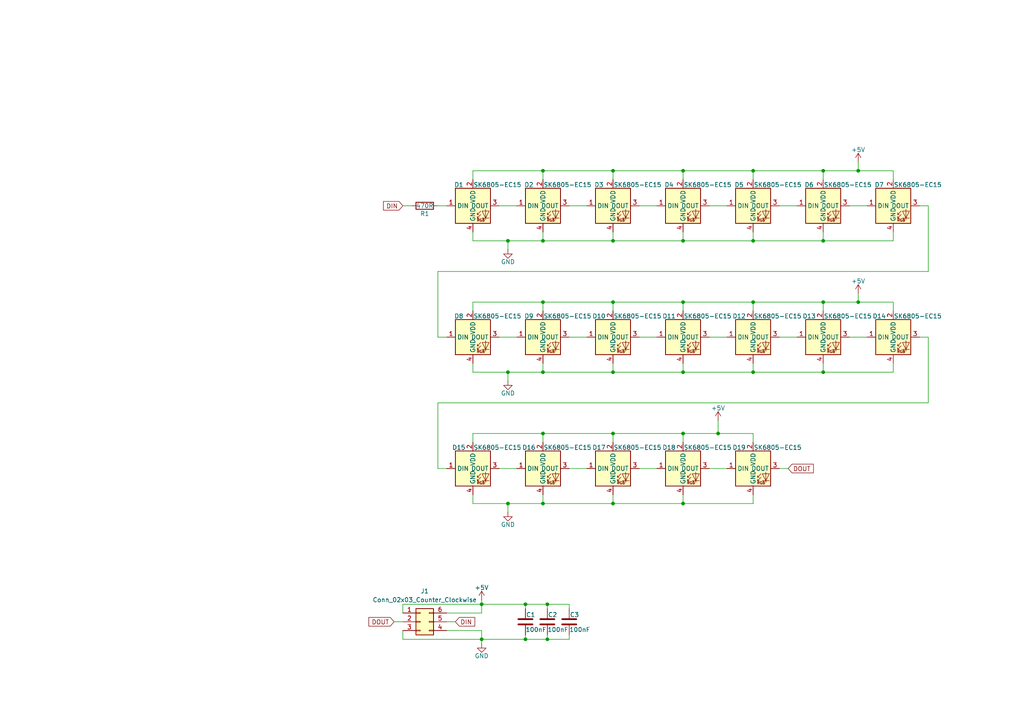
<source format=kicad_sch>
(kicad_sch (version 20231120) (generator "eeschema") (generator_version "8.0")
  (paper "A4")
  (lib_symbols
    (symbol "Connector_Generic:Conn_02x03_Counter_Clockwise" (pin_names (offset 1.016) hide)
      (property "Reference" "J" (at 1.27 5.08 0))
      (property "Value" "Conn_02x03_Counter_Clockwise" (at 1.27 -5.08 0))
      (symbol "Conn_02x03_Counter_Clockwise_1_1"
        (rectangle (start -1.27 -2.413) (end 0 -2.667) (stroke (width 0.1524)))
        (rectangle (start -1.27 0.127) (end 0 -0.127) (stroke (width 0.1524)))
        (rectangle (start -1.27 2.667) (end 0 2.413) (stroke (width 0.1524)))
        (rectangle (start -1.27 3.81) (end 3.81 -3.81) (stroke (width 0.254)) (fill (type background)))
        (rectangle (start 3.81 -2.413) (end 2.54 -2.667) (stroke (width 0.1524)))
        (rectangle (start 3.81 0.127) (end 2.54 -0.127) (stroke (width 0.1524)))
        (rectangle (start 3.81 2.667) (end 2.54 2.413) (stroke (width 0.1524)))
        (pin passive line (at -5.08 2.54 0) (length 3.81) (name "Pin_1") (number "1"))
        (pin passive line (at -5.08 0 0) (length 3.81) (name "Pin_2") (number "2"))
        (pin passive line (at -5.08 -2.54 0) (length 3.81) (name "Pin_3") (number "3"))
        (pin passive line (at 7.62 -2.54 180) (length 3.81) (name "Pin_4") (number "4"))
        (pin passive line (at 7.62 0 180) (length 3.81) (name "Pin_5") (number "5"))
        (pin passive line (at 7.62 2.54 180) (length 3.81) (name "Pin_6") (number "6"))
      )
    )
    (symbol "Device:C" (pin_numbers hide) (pin_names (offset 0.254))
      (property "Reference" "C" (at 0.635 2.54 0))
      (property "Value" "C" (at 0.635 -2.54 0))
      (symbol "C_0_1"
        (polyline (pts (xy -2.032 -0.762) (xy 2.032 -0.762)) (stroke (width 0.508)))
        (polyline (pts (xy -2.032 0.762) (xy 2.032 0.762)) (stroke (width 0.508)))
      )
      (symbol "C_1_1"
        (pin passive line (at 0 3.81 270) (length 2.794) (name "~") (number "1"))
        (pin passive line (at 0 -3.81 90) (length 2.794) (name "~") (number "2"))
      )
    )
    (symbol "Device:R" (pin_numbers hide) (pin_names (offset 0))
      (property "Reference" "R" (at 2.032 0 90))
      (property "Value" "R" (at 0 0 90))
      (symbol "R_0_1"
        (rectangle (start -1.016 -2.54) (end 1.016 2.54) (stroke (width 0.254)))
      )
      (symbol "R_1_1"
        (pin passive line (at 0 3.81 270) (length 1.27) (name "~") (number "1"))
        (pin passive line (at 0 -3.81 90) (length 1.27) (name "~") (number "2"))
      )
    )
    (symbol "SK6805-EC15:SK6805-EC15"
      (property "Reference" "D" (at 4.445 6.35 0))
      (property "Value" "SK6805-EC15" (at 3.175 -6.985 0))
      (symbol "SK6805-EC15_0_0"
        (text "RGB" (at 2.286 -4.191 0) (effects (font (size 0.762 0.762))))
      )
      (symbol "SK6805-EC15_0_1"
        (polyline (pts (xy 1.27 -3.556) (xy 1.778 -3.556)))
        (polyline (pts (xy 1.27 -2.54) (xy 1.778 -2.54)))
        (polyline (pts (xy 4.699 -3.556) (xy 2.667 -3.556)))
        (polyline (pts (xy 2.286 -2.54) (xy 1.27 -3.556) (xy 1.27 -3.048)))
        (polyline (pts (xy 2.286 -1.524) (xy 1.27 -2.54) (xy 1.27 -2.032)))
        (polyline (pts (xy 3.683 -1.016) (xy 3.683 -3.556) (xy 3.683 -4.064)))
        (polyline (pts (xy 4.699 -1.524) (xy 2.667 -1.524) (xy 3.683 -3.556) (xy 4.699 -1.524)))
        (rectangle (start 5.08 5.08) (end -5.08 -5.08) (stroke (width 0.254)) (fill (type background)))
      )
      (symbol "SK6805-EC15_1_1"
        (pin input line (at -7.62 0 0) (length 2.54) (name "DIN") (number "1"))
        (pin power_in line (at 0 7.62 270) (length 2.54) (name "VDD") (number "2"))
        (pin output line (at 7.62 0 180) (length 2.54) (name "DOUT") (number "3"))
        (pin power_in line (at 0 -7.62 90) (length 2.54) (name "GND") (number "4"))
      )
    )
    (symbol "power:+5V" (power) (pin_numbers hide) (pin_names (offset 0) hide)
      (property "Value" "+5V" (at 0 3.556 0))
      (symbol "+5V_0_1"
        (polyline (pts (xy -0.762 1.27) (xy 0 2.54)))
        (polyline (pts (xy 0 0) (xy 0 2.54)))
        (polyline (pts (xy 0 2.54) (xy 0.762 1.27)))
      )
      (symbol "+5V_1_1"
        (pin power_in line (at 0 0 90) (length 0) (name "~") (number "1"))
      )
    )
    (symbol "power:GND" (power) (pin_numbers hide) (pin_names (offset 0) hide)
      (property "Value" "GND" (at 0 -3.81 0))
      (symbol "GND_0_1"
        (polyline (pts (xy 0 0) (xy 0 -1.27) (xy 1.27 -1.27) (xy 0 -2.54) (xy -1.27 -1.27) (xy 0 -1.27)))
      )
      (symbol "GND_1_1"
        (pin power_in line (at 0 0 270) (length 0) (name "~") (number "1"))
      )
    )
  )
  (junction (at 152.4 175.26))
  (junction (at 147.32 69.85))
  (junction (at 218.44 87.63))
  (junction (at 248.92 49.53))
  (junction (at 198.12 146.05))
  (junction (at 139.7 175.26))
  (junction (at 139.7 185.42))
  (junction (at 218.44 107.95))
  (junction (at 177.8 49.53))
  (junction (at 158.75 175.26))
  (junction (at 198.12 107.95))
  (junction (at 157.48 87.63))
  (junction (at 218.44 69.85))
  (junction (at 157.48 49.53))
  (junction (at 147.32 146.05))
  (junction (at 157.48 107.95))
  (junction (at 198.12 87.63))
  (junction (at 218.44 49.53))
  (junction (at 177.8 87.63))
  (junction (at 157.48 146.05))
  (junction (at 177.8 146.05))
  (junction (at 177.8 107.95))
  (junction (at 198.12 125.73))
  (junction (at 152.4 185.42))
  (junction (at 198.12 49.53))
  (junction (at 177.8 125.73))
  (junction (at 177.8 69.85))
  (junction (at 238.76 69.85))
  (junction (at 157.48 125.73))
  (junction (at 238.76 107.95))
  (junction (at 248.92 87.63))
  (junction (at 157.48 69.85))
  (junction (at 147.32 107.95))
  (junction (at 238.76 49.53))
  (junction (at 238.76 87.63))
  (junction (at 208.28 125.73))
  (junction (at 198.12 69.85))
  (junction (at 158.75 185.42))
  (wire (pts (xy 137.16 69.85) (xy 147.32 69.85)))
  (wire (pts (xy 157.48 143.51) (xy 157.48 146.05)))
  (wire (pts (xy 177.8 67.31) (xy 177.8 69.85)))
  (wire (pts (xy 238.76 107.95) (xy 259.08 107.95)))
  (wire (pts (xy 198.12 69.85) (xy 218.44 69.85)))
  (wire (pts (xy 177.8 90.17) (xy 177.8 87.63)))
  (wire (pts (xy 165.1 175.26) (xy 165.1 176.53)))
  (wire (pts (xy 218.44 52.07) (xy 218.44 49.53)))
  (wire (pts (xy 246.38 59.69) (xy 251.46 59.69)))
  (wire (pts (xy 269.24 116.84) (xy 127 116.84)))
  (wire (pts (xy 238.76 105.41) (xy 238.76 107.95)))
  (wire (pts (xy 152.4 176.53) (xy 152.4 175.26)))
  (wire (pts (xy 198.12 107.95) (xy 218.44 107.95)))
  (wire (pts (xy 269.24 97.79) (xy 266.7 97.79)))
  (wire (pts (xy 238.76 67.31) (xy 238.76 69.85)))
  (wire (pts (xy 205.74 97.79) (xy 210.82 97.79)))
  (wire (pts (xy 177.8 125.73) (xy 157.48 125.73)))
  (wire (pts (xy 157.48 87.63) (xy 137.16 87.63)))
  (wire (pts (xy 177.8 105.41) (xy 177.8 107.95)))
  (wire (pts (xy 226.06 135.89) (xy 228.6 135.89)))
  (wire (pts (xy 127 59.69) (xy 129.54 59.69)))
  (wire (pts (xy 157.48 69.85) (xy 177.8 69.85)))
  (wire (pts (xy 144.78 135.89) (xy 149.86 135.89)))
  (wire (pts (xy 269.24 59.69) (xy 266.7 59.69)))
  (wire (pts (xy 218.44 143.51) (xy 218.44 146.05)))
  (wire (pts (xy 198.12 67.31) (xy 198.12 69.85)))
  (wire (pts (xy 165.1 97.79) (xy 170.18 97.79)))
  (wire (pts (xy 208.28 125.73) (xy 218.44 125.73)))
  (wire (pts (xy 165.1 185.42) (xy 165.1 184.15)))
  (wire (pts (xy 177.8 146.05) (xy 198.12 146.05)))
  (wire (pts (xy 129.54 182.88) (xy 139.7 182.88)))
  (wire (pts (xy 144.78 97.79) (xy 149.86 97.79)))
  (wire (pts (xy 218.44 69.85) (xy 238.76 69.85)))
  (wire (pts (xy 158.75 175.26) (xy 165.1 175.26)))
  (wire (pts (xy 147.32 148.59) (xy 147.32 146.05)))
  (wire (pts (xy 147.32 146.05) (xy 157.48 146.05)))
  (wire (pts (xy 238.76 90.17) (xy 238.76 87.63)))
  (wire (pts (xy 238.76 52.07) (xy 238.76 49.53)))
  (wire (pts (xy 248.92 49.53) (xy 259.08 49.53)))
  (wire (pts (xy 116.84 185.42) (xy 116.84 182.88)))
  (wire (pts (xy 205.74 59.69) (xy 210.82 59.69)))
  (wire (pts (xy 177.8 107.95) (xy 198.12 107.95)))
  (wire (pts (xy 157.48 107.95) (xy 177.8 107.95)))
  (wire (pts (xy 238.76 69.85) (xy 259.08 69.85)))
  (wire (pts (xy 248.92 85.09) (xy 248.92 87.63)))
  (wire (pts (xy 147.32 72.39) (xy 147.32 69.85)))
  (wire (pts (xy 152.4 175.26) (xy 158.75 175.26)))
  (wire (pts (xy 208.28 121.92) (xy 208.28 125.73)))
  (wire (pts (xy 139.7 185.42) (xy 116.84 185.42)))
  (wire (pts (xy 152.4 185.42) (xy 158.75 185.42)))
  (wire (pts (xy 177.8 128.27) (xy 177.8 125.73)))
  (wire (pts (xy 137.16 107.95) (xy 147.32 107.95)))
  (wire (pts (xy 248.92 87.63) (xy 259.08 87.63)))
  (wire (pts (xy 158.75 175.26) (xy 158.75 176.53)))
  (wire (pts (xy 259.08 90.17) (xy 259.08 87.63)))
  (wire (pts (xy 139.7 175.26) (xy 139.7 177.8)))
  (wire (pts (xy 137.16 143.51) (xy 137.16 146.05)))
  (wire (pts (xy 218.44 49.53) (xy 198.12 49.53)))
  (wire (pts (xy 116.84 175.26) (xy 139.7 175.26)))
  (wire (pts (xy 185.42 97.79) (xy 190.5 97.79)))
  (wire (pts (xy 137.16 105.41) (xy 137.16 107.95)))
  (wire (pts (xy 198.12 52.07) (xy 198.12 49.53)))
  (wire (pts (xy 137.16 52.07) (xy 137.16 49.53)))
  (wire (pts (xy 218.44 128.27) (xy 218.44 125.73)))
  (wire (pts (xy 116.84 177.8) (xy 116.84 175.26)))
  (wire (pts (xy 139.7 185.42) (xy 152.4 185.42)))
  (wire (pts (xy 157.48 128.27) (xy 157.48 125.73)))
  (wire (pts (xy 226.06 59.69) (xy 231.14 59.69)))
  (wire (pts (xy 259.08 52.07) (xy 259.08 49.53)))
  (wire (pts (xy 246.38 97.79) (xy 251.46 97.79)))
  (wire (pts (xy 129.54 180.34) (xy 132.08 180.34)))
  (wire (pts (xy 238.76 49.53) (xy 248.92 49.53)))
  (wire (pts (xy 137.16 67.31) (xy 137.16 69.85)))
  (wire (pts (xy 218.44 107.95) (xy 238.76 107.95)))
  (wire (pts (xy 157.48 146.05) (xy 177.8 146.05)))
  (wire (pts (xy 208.28 125.73) (xy 198.12 125.73)))
  (wire (pts (xy 157.48 52.07) (xy 157.48 49.53)))
  (wire (pts (xy 139.7 182.88) (xy 139.7 185.42)))
  (wire (pts (xy 139.7 185.42) (xy 139.7 186.69)))
  (wire (pts (xy 218.44 90.17) (xy 218.44 87.63)))
  (wire (pts (xy 116.84 59.69) (xy 119.38 59.69)))
  (wire (pts (xy 269.24 97.79) (xy 269.24 116.84)))
  (wire (pts (xy 165.1 59.69) (xy 170.18 59.69)))
  (wire (pts (xy 158.75 185.42) (xy 165.1 185.42)))
  (wire (pts (xy 158.75 185.42) (xy 158.75 184.15)))
  (wire (pts (xy 137.16 90.17) (xy 137.16 87.63)))
  (wire (pts (xy 185.42 59.69) (xy 190.5 59.69)))
  (wire (pts (xy 165.1 135.89) (xy 170.18 135.89)))
  (wire (pts (xy 205.74 135.89) (xy 210.82 135.89)))
  (wire (pts (xy 157.48 90.17) (xy 157.48 87.63)))
  (wire (pts (xy 157.48 67.31) (xy 157.48 69.85)))
  (wire (pts (xy 218.44 105.41) (xy 218.44 107.95)))
  (wire (pts (xy 238.76 87.63) (xy 248.92 87.63)))
  (wire (pts (xy 157.48 105.41) (xy 157.48 107.95)))
  (wire (pts (xy 127 78.74) (xy 127 97.79)))
  (wire (pts (xy 137.16 128.27) (xy 137.16 125.73)))
  (wire (pts (xy 114.3 180.34) (xy 116.84 180.34)))
  (wire (pts (xy 137.16 146.05) (xy 147.32 146.05)))
  (wire (pts (xy 238.76 87.63) (xy 218.44 87.63)))
  (wire (pts (xy 152.4 184.15) (xy 152.4 185.42)))
  (wire (pts (xy 198.12 105.41) (xy 198.12 107.95)))
  (wire (pts (xy 269.24 59.69) (xy 269.24 78.74)))
  (wire (pts (xy 259.08 67.31) (xy 259.08 69.85)))
  (wire (pts (xy 127 135.89) (xy 129.54 135.89)))
  (wire (pts (xy 218.44 67.31) (xy 218.44 69.85)))
  (wire (pts (xy 198.12 125.73) (xy 177.8 125.73)))
  (wire (pts (xy 127 97.79) (xy 129.54 97.79)))
  (wire (pts (xy 248.92 46.99) (xy 248.92 49.53)))
  (wire (pts (xy 238.76 49.53) (xy 218.44 49.53)))
  (wire (pts (xy 259.08 105.41) (xy 259.08 107.95)))
  (wire (pts (xy 139.7 175.26) (xy 152.4 175.26)))
  (wire (pts (xy 177.8 52.07) (xy 177.8 49.53)))
  (wire (pts (xy 177.8 69.85) (xy 198.12 69.85)))
  (wire (pts (xy 198.12 146.05) (xy 218.44 146.05)))
  (wire (pts (xy 177.8 49.53) (xy 157.48 49.53)))
  (wire (pts (xy 198.12 90.17) (xy 198.12 87.63)))
  (wire (pts (xy 177.8 143.51) (xy 177.8 146.05)))
  (wire (pts (xy 185.42 135.89) (xy 190.5 135.89)))
  (wire (pts (xy 218.44 87.63) (xy 198.12 87.63)))
  (wire (pts (xy 157.48 125.73) (xy 137.16 125.73)))
  (wire (pts (xy 139.7 173.99) (xy 139.7 175.26)))
  (wire (pts (xy 147.32 69.85) (xy 157.48 69.85)))
  (wire (pts (xy 198.12 87.63) (xy 177.8 87.63)))
  (wire (pts (xy 177.8 87.63) (xy 157.48 87.63)))
  (wire (pts (xy 147.32 110.49) (xy 147.32 107.95)))
  (wire (pts (xy 226.06 97.79) (xy 231.14 97.79)))
  (wire (pts (xy 157.48 49.53) (xy 137.16 49.53)))
  (wire (pts (xy 269.24 78.74) (xy 127 78.74)))
  (wire (pts (xy 127 116.84) (xy 127 135.89)))
  (wire (pts (xy 147.32 107.95) (xy 157.48 107.95)))
  (wire (pts (xy 198.12 49.53) (xy 177.8 49.53)))
  (wire (pts (xy 129.54 177.8) (xy 139.7 177.8)))
  (wire (pts (xy 198.12 143.51) (xy 198.12 146.05)))
  (wire (pts (xy 144.78 59.69) (xy 149.86 59.69)))
  (wire (pts (xy 198.12 128.27) (xy 198.12 125.73)))
  (global_label "DIN" (shape input) (at 116.84 59.69 180) (property "Intersheetrefs" "${INTERSHEET_REFS}" (effects (hide yes))))
  (global_label "DIN" (shape input) (at 132.08 180.34 0) (property "Intersheetrefs" "${INTERSHEET_REFS}" (effects (hide yes))))
  (global_label "DOUT" (shape input) (at 228.6 135.89 0) (property "Intersheetrefs" "${INTERSHEET_REFS}" (effects (hide yes))))
  (global_label "DOUT" (shape input) (at 114.3 180.34 180) (property "Intersheetrefs" "${INTERSHEET_REFS}" (effects (hide yes))))
  (symbol (lib_id "power:GND") (at 147.32 110.49 0) (unit 1)
    (property "Reference" "#PWR03" (effects (hide yes)))
    (property "Value" "GND" (at 147.32 114.046 0))
    (property "Description" "Power symbol creates a global label with name \"GND\" , ground" (effects (hide yes)))
  )
  (symbol (lib_id "SK6805-EC15:SK6805-EC15") (at 238.76 97.79 0) (unit 1)
    (property "Reference" "D13" (at 234.696 91.694 0))
    (property "Value" "SK6805-EC15" (at 245.872 91.694 0))
    (property "Footprint" "SK6805-EC15:SK6805-EC15" (effects (hide yes)))
    (property "Datasheet" "https://datasheet.lcsc.com/lcsc/2108251530_OPSCO-Optoelectronics-SK6805-EC15_C2890035.pdf" (effects (hide yes)))
    (property "LCSC" "C2890035" (effects (hide yes)))
  )
  (symbol (lib_id "power:+5V") (at 208.28 121.92 0) (unit 1)
    (property "Reference" "#PWR05" (effects (hide yes)))
    (property "Value" "+5V" (at 208.28 118.364 0))
    (property "Description" "Power symbol creates a global label with name \"+5V\"" (effects (hide yes)))
  )
  (symbol (lib_id "SK6805-EC15:SK6805-EC15") (at 198.12 59.69 0) (unit 1)
    (property "Reference" "D4" (at 194.056 53.594 0))
    (property "Value" "SK6805-EC15" (at 205.232 53.594 0))
    (property "Footprint" "SK6805-EC15:SK6805-EC15" (effects (hide yes)))
    (property "Datasheet" "https://datasheet.lcsc.com/lcsc/2108251530_OPSCO-Optoelectronics-SK6805-EC15_C2890035.pdf" (effects (hide yes)))
    (property "LCSC" "C2890035" (effects (hide yes)))
  )
  (symbol (lib_id "SK6805-EC15:SK6805-EC15") (at 238.76 59.69 0) (unit 1)
    (property "Reference" "D6" (at 234.696 53.594 0))
    (property "Value" "SK6805-EC15" (at 245.872 53.594 0))
    (property "Footprint" "SK6805-EC15:SK6805-EC15" (effects (hide yes)))
    (property "Datasheet" "https://datasheet.lcsc.com/lcsc/2108251530_OPSCO-Optoelectronics-SK6805-EC15_C2890035.pdf" (effects (hide yes)))
    (property "LCSC" "C2890035" (effects (hide yes)))
  )
  (symbol (lib_id "SK6805-EC15:SK6805-EC15") (at 259.08 59.69 0) (unit 1)
    (property "Reference" "D7" (at 255.016 53.594 0))
    (property "Value" "SK6805-EC15" (at 266.192 53.594 0))
    (property "Footprint" "SK6805-EC15:SK6805-EC15" (effects (hide yes)))
    (property "Datasheet" "https://datasheet.lcsc.com/lcsc/2108251530_OPSCO-Optoelectronics-SK6805-EC15_C2890035.pdf" (effects (hide yes)))
    (property "LCSC" "C2890035" (effects (hide yes)))
  )
  (symbol (lib_id "power:GND") (at 139.7 186.69 0) (unit 1)
    (property "Reference" "#PWR04" (effects (hide yes)))
    (property "Value" "GND" (at 139.7 190.246 0))
    (property "Description" "Power symbol creates a global label with name \"GND\" , ground" (effects (hide yes)))
  )
  (symbol (lib_id "power:+5V") (at 248.92 85.09 0) (unit 1)
    (property "Reference" "#PWR07" (effects (hide yes)))
    (property "Value" "+5V" (at 248.92 81.534 0))
    (property "Description" "Power symbol creates a global label with name \"+5V\"" (effects (hide yes)))
  )
  (symbol (lib_id "power:GND") (at 147.32 148.59 0) (unit 1)
    (property "Reference" "#PWR08" (effects (hide yes)))
    (property "Value" "GND" (at 147.32 152.146 0))
    (property "Description" "Power symbol creates a global label with name \"GND\" , ground" (effects (hide yes)))
  )
  (symbol (lib_id "SK6805-EC15:SK6805-EC15") (at 137.16 59.69 0) (unit 1)
    (property "Reference" "D1" (at 133.096 53.594 0))
    (property "Value" "SK6805-EC15" (at 144.272 53.594 0))
    (property "Footprint" "SK6805-EC15:SK6805-EC15" (effects (hide yes)))
    (property "Datasheet" "https://datasheet.lcsc.com/lcsc/2108251530_OPSCO-Optoelectronics-SK6805-EC15_C2890035.pdf" (effects (hide yes)))
    (property "LCSC" "C2890035" (effects (hide yes)))
  )
  (symbol (lib_id "SK6805-EC15:SK6805-EC15") (at 177.8 97.79 0) (unit 1)
    (property "Reference" "D10" (at 173.736 91.694 0))
    (property "Value" "SK6805-EC15" (at 184.912 91.694 0))
    (property "Footprint" "SK6805-EC15:SK6805-EC15" (effects (hide yes)))
    (property "Datasheet" "https://datasheet.lcsc.com/lcsc/2108251530_OPSCO-Optoelectronics-SK6805-EC15_C2890035.pdf" (effects (hide yes)))
    (property "LCSC" "C2890035" (effects (hide yes)))
  )
  (symbol (lib_id "SK6805-EC15:SK6805-EC15") (at 198.12 97.79 0) (unit 1)
    (property "Reference" "D11" (at 194.056 91.694 0))
    (property "Value" "SK6805-EC15" (at 205.232 91.694 0))
    (property "Footprint" "SK6805-EC15:SK6805-EC15" (effects (hide yes)))
    (property "Datasheet" "https://datasheet.lcsc.com/lcsc/2108251530_OPSCO-Optoelectronics-SK6805-EC15_C2890035.pdf" (effects (hide yes)))
    (property "LCSC" "C2890035" (effects (hide yes)))
  )
  (symbol (lib_id "power:+5V") (at 139.7 173.99 0) (unit 1)
    (property "Reference" "#PWR01" (effects (hide yes)))
    (property "Value" "+5V" (at 139.7 170.434 0))
    (property "Description" "Power symbol creates a global label with name \"+5V\"" (effects (hide yes)))
  )
  (symbol (lib_id "Device:C") (at 152.4 180.34 180) (unit 1)
    (property "Reference" "C1" (at 153.924 178.308 0))
    (property "Value" "100nF" (at 155.448 182.626 0))
    (property "Footprint" "Capacitor_SMD:C_0402_1005Metric" (effects (hide yes)))
    (property "Description" "Unpolarized capacitor" (effects (hide yes)))
    (property "LCSC" "C14445" (effects (hide yes)))
  )
  (symbol (lib_id "SK6805-EC15:SK6805-EC15") (at 137.16 135.89 0) (unit 1)
    (property "Reference" "D15" (at 133.096 129.794 0))
    (property "Value" "SK6805-EC15" (at 144.272 129.794 0))
    (property "Footprint" "SK6805-EC15:SK6805-EC15" (effects (hide yes)))
    (property "Datasheet" "https://datasheet.lcsc.com/lcsc/2108251530_OPSCO-Optoelectronics-SK6805-EC15_C2890035.pdf" (effects (hide yes)))
    (property "LCSC" "C2890035" (effects (hide yes)))
  )
  (symbol (lib_id "SK6805-EC15:SK6805-EC15") (at 198.12 135.89 0) (unit 1)
    (property "Reference" "D18" (at 194.056 129.794 0))
    (property "Value" "SK6805-EC15" (at 205.232 129.794 0))
    (property "Footprint" "SK6805-EC15:SK6805-EC15" (effects (hide yes)))
    (property "Datasheet" "https://datasheet.lcsc.com/lcsc/2108251530_OPSCO-Optoelectronics-SK6805-EC15_C2890035.pdf" (effects (hide yes)))
    (property "LCSC" "C2890035" (effects (hide yes)))
  )
  (symbol (lib_id "power:+5V") (at 248.92 46.99 0) (unit 1)
    (property "Reference" "#PWR06" (effects (hide yes)))
    (property "Value" "+5V" (at 248.92 43.434 0))
    (property "Description" "Power symbol creates a global label with name \"+5V\"" (effects (hide yes)))
  )
  (symbol (lib_id "Device:C") (at 158.75 180.34 180) (unit 1)
    (property "Reference" "C2" (at 160.274 178.308 0))
    (property "Value" "100nF" (at 161.798 182.626 0))
    (property "Footprint" "Capacitor_SMD:C_0402_1005Metric" (effects (hide yes)))
    (property "Description" "Unpolarized capacitor" (effects (hide yes)))
    (property "LCSC" "C14445" (effects (hide yes)))
  )
  (symbol (lib_id "SK6805-EC15:SK6805-EC15") (at 157.48 97.79 0) (unit 1)
    (property "Reference" "D9" (at 153.416 91.694 0))
    (property "Value" "SK6805-EC15" (at 164.592 91.694 0))
    (property "Footprint" "SK6805-EC15:SK6805-EC15" (effects (hide yes)))
    (property "Datasheet" "https://datasheet.lcsc.com/lcsc/2108251530_OPSCO-Optoelectronics-SK6805-EC15_C2890035.pdf" (effects (hide yes)))
    (property "LCSC" "C2890035" (effects (hide yes)))
  )
  (symbol (lib_id "Device:R") (at 123.19 59.69 270) (unit 1)
    (property "Reference" "R1" (at 123.19 61.976 90))
    (property "Value" "470R" (at 123.19 59.69 90))
    (property "Footprint" "Resistor_SMD:R_0402_1005Metric" (effects (hide yes)))
    (property "Description" "Resistor" (effects (hide yes)))
    (property "LCSC" "C25117" (effects (hide yes)))
  )
  (symbol (lib_id "SK6805-EC15:SK6805-EC15") (at 157.48 59.69 0) (unit 1)
    (property "Reference" "D2" (at 153.416 53.594 0))
    (property "Value" "SK6805-EC15" (at 164.592 53.594 0))
    (property "Footprint" "SK6805-EC15:SK6805-EC15" (effects (hide yes)))
    (property "Datasheet" "https://datasheet.lcsc.com/lcsc/2108251530_OPSCO-Optoelectronics-SK6805-EC15_C2890035.pdf" (effects (hide yes)))
    (property "LCSC" "C2890035" (effects (hide yes)))
  )
  (symbol (lib_id "SK6805-EC15:SK6805-EC15") (at 137.16 97.79 0) (unit 1)
    (property "Reference" "D8" (at 133.096 91.694 0))
    (property "Value" "SK6805-EC15" (at 144.272 91.694 0))
    (property "Footprint" "SK6805-EC15:SK6805-EC15" (effects (hide yes)))
    (property "Datasheet" "https://datasheet.lcsc.com/lcsc/2108251530_OPSCO-Optoelectronics-SK6805-EC15_C2890035.pdf" (effects (hide yes)))
    (property "LCSC" "C2890035" (effects (hide yes)))
  )
  (symbol (lib_id "SK6805-EC15:SK6805-EC15") (at 218.44 97.79 0) (unit 1)
    (property "Reference" "D12" (at 214.376 91.694 0))
    (property "Value" "SK6805-EC15" (at 225.552 91.694 0))
    (property "Footprint" "SK6805-EC15:SK6805-EC15" (effects (hide yes)))
    (property "Datasheet" "https://datasheet.lcsc.com/lcsc/2108251530_OPSCO-Optoelectronics-SK6805-EC15_C2890035.pdf" (effects (hide yes)))
    (property "LCSC" "C2890035" (effects (hide yes)))
  )
  (symbol (lib_id "SK6805-EC15:SK6805-EC15") (at 157.48 135.89 0) (unit 1)
    (property "Reference" "D16" (at 153.416 129.794 0))
    (property "Value" "SK6805-EC15" (at 164.592 129.794 0))
    (property "Footprint" "SK6805-EC15:SK6805-EC15" (effects (hide yes)))
    (property "Datasheet" "https://datasheet.lcsc.com/lcsc/2108251530_OPSCO-Optoelectronics-SK6805-EC15_C2890035.pdf" (effects (hide yes)))
    (property "LCSC" "C2890035" (effects (hide yes)))
  )
  (symbol (lib_id "SK6805-EC15:SK6805-EC15") (at 218.44 135.89 0) (unit 1)
    (property "Reference" "D19" (at 214.376 129.794 0))
    (property "Value" "SK6805-EC15" (at 225.552 129.794 0))
    (property "Footprint" "SK6805-EC15:SK6805-EC15" (effects (hide yes)))
    (property "Datasheet" "https://datasheet.lcsc.com/lcsc/2108251530_OPSCO-Optoelectronics-SK6805-EC15_C2890035.pdf" (effects (hide yes)))
    (property "LCSC" "C2890035" (effects (hide yes)))
  )
  (symbol (lib_id "SK6805-EC15:SK6805-EC15") (at 218.44 59.69 0) (unit 1)
    (property "Reference" "D5" (at 214.376 53.594 0))
    (property "Value" "SK6805-EC15" (at 225.552 53.594 0))
    (property "Footprint" "SK6805-EC15:SK6805-EC15" (effects (hide yes)))
    (property "Datasheet" "https://datasheet.lcsc.com/lcsc/2108251530_OPSCO-Optoelectronics-SK6805-EC15_C2890035.pdf" (effects (hide yes)))
    (property "LCSC" "C2890035" (effects (hide yes)))
  )
  (symbol (lib_id "Device:C") (at 165.1 180.34 180) (unit 1)
    (property "Reference" "C3" (at 166.624 178.308 0))
    (property "Value" "100nF" (at 168.148 182.626 0))
    (property "Footprint" "Capacitor_SMD:C_0402_1005Metric" (effects (hide yes)))
    (property "Description" "Unpolarized capacitor" (effects (hide yes)))
    (property "LCSC" "C14445" (effects (hide yes)))
  )
  (symbol (lib_id "Connector_Generic:Conn_02x03_Counter_Clockwise") (at 121.92 180.34 0) (unit 1)
    (property "Reference" "J1" (at 123.19 171.45 0))
    (property "Value" "Conn_02x03_Counter_Clockwise" (at 123.19 173.99 0))
    (property "Footprint" "Connector_PinHeader_2.54mm:PinHeader_2x03_P2.54mm_Vertical_SMD" (effects (hide yes)))
    (property "Description" "Generic connector, double row, 02x03, counter clockwise pin numbering scheme (similar to DIP package numbering), script generated (kicad-library-utils/schlib/autogen/connector/)" (effects (hide yes)))
  )
  (symbol (lib_id "power:GND") (at 147.32 72.39 0) (unit 1)
    (property "Reference" "#PWR02" (effects (hide yes)))
    (property "Value" "GND" (at 147.32 75.946 0))
    (property "Description" "Power symbol creates a global label with name \"GND\" , ground" (effects (hide yes)))
  )
  (symbol (lib_id "SK6805-EC15:SK6805-EC15") (at 259.08 97.79 0) (unit 1)
    (property "Reference" "D14" (at 255.016 91.694 0))
    (property "Value" "SK6805-EC15" (at 266.192 91.694 0))
    (property "Footprint" "SK6805-EC15:SK6805-EC15" (effects (hide yes)))
    (property "Datasheet" "https://datasheet.lcsc.com/lcsc/2108251530_OPSCO-Optoelectronics-SK6805-EC15_C2890035.pdf" (effects (hide yes)))
    (property "LCSC" "C2890035" (effects (hide yes)))
  )
  (symbol (lib_id "SK6805-EC15:SK6805-EC15") (at 177.8 59.69 0) (unit 1)
    (property "Reference" "D3" (at 173.736 53.594 0))
    (property "Value" "SK6805-EC15" (at 184.912 53.594 0))
    (property "Footprint" "SK6805-EC15:SK6805-EC15" (effects (hide yes)))
    (property "Datasheet" "https://datasheet.lcsc.com/lcsc/2108251530_OPSCO-Optoelectronics-SK6805-EC15_C2890035.pdf" (effects (hide yes)))
    (property "LCSC" "C2890035" (effects (hide yes)))
  )
  (symbol (lib_id "SK6805-EC15:SK6805-EC15") (at 177.8 135.89 0) (unit 1)
    (property "Reference" "D17" (at 173.736 129.794 0))
    (property "Value" "SK6805-EC15" (at 184.912 129.794 0))
    (property "Footprint" "SK6805-EC15:SK6805-EC15" (effects (hide yes)))
    (property "Datasheet" "https://datasheet.lcsc.com/lcsc/2108251530_OPSCO-Optoelectronics-SK6805-EC15_C2890035.pdf" (effects (hide yes)))
    (property "LCSC" "C2890035" (effects (hide yes)))
  )
)
</source>
